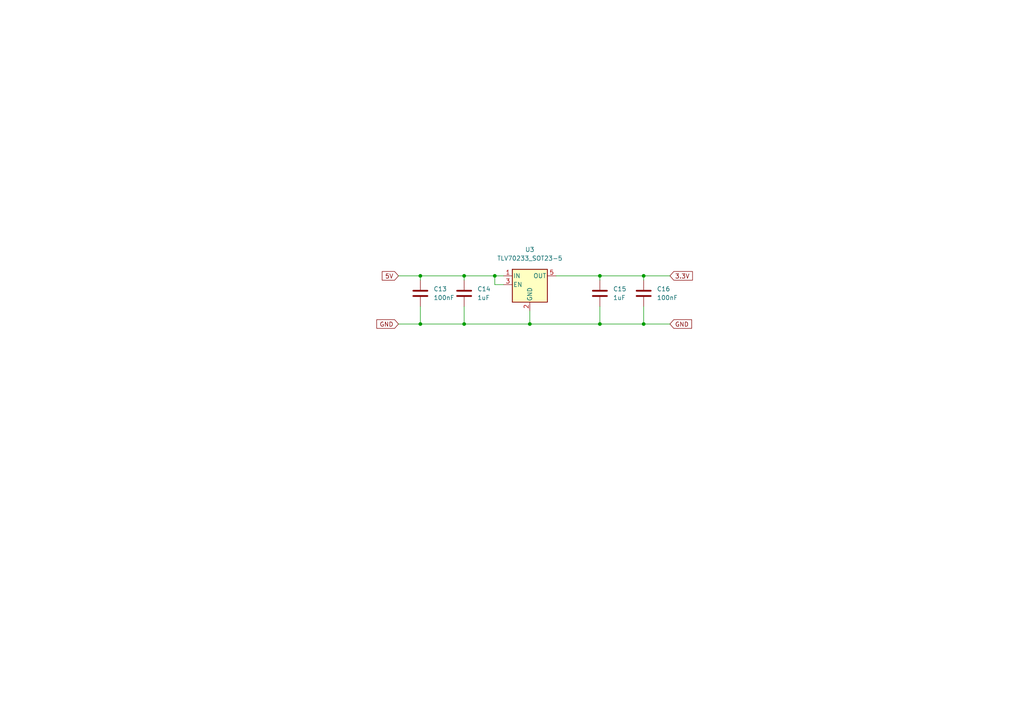
<source format=kicad_sch>
(kicad_sch (version 20211123) (generator eeschema)
  (paper "A4")
  (lib_symbols
    (symbol "Device:C" (pin_numbers hide) (pin_names (offset 0.254))
      (property "Reference" "C" (at 0.635 2.54 0))
      (property "Value" "C" (at 0.635 -2.54 0))
      (symbol "C_0_1"
        (polyline (pts (xy -2.032 -0.762) (xy 2.032 -0.762)) (stroke (width 0.508)))
        (polyline (pts (xy -2.032 0.762) (xy 2.032 0.762)) (stroke (width 0.508)))
      )
      (symbol "C_1_1"
        (pin passive line (at 0 3.81 270) (length 2.794) (name "~") (number "1"))
        (pin passive line (at 0 -3.81 90) (length 2.794) (name "~") (number "2"))
      )
    )
    (symbol "Regulator_Linear:TLV70233_SOT23-5" (pin_names (offset 0.254))
      (property "Reference" "U" (at -3.81 5.715 0))
      (property "Value" "TLV70233_SOT23-5" (at 0 5.715 0))
      (symbol "TLV70233_SOT23-5_0_1"
        (rectangle (start -5.08 4.445) (end 5.08 -5.08) (stroke (width 0.254)) (fill (type background)))
      )
      (symbol "TLV70233_SOT23-5_1_1"
        (pin power_in line (at -7.62 2.54 0) (length 2.54) (name "IN") (number "1"))
        (pin power_in line (at 0 -7.62 90) (length 2.54) (name "GND") (number "2"))
        (pin input line (at -7.62 0 0) (length 2.54) (name "EN") (number "3"))
        (pin no_connect line (at 5.08 0 180) (length 2.54) hide (name "NC") (number "4"))
        (pin power_out line (at 7.62 2.54 180) (length 2.54) (name "OUT") (number "5"))
      )
    )
  )
  (junction (at 173.99 80.01))
  (junction (at 121.92 93.98))
  (junction (at 134.62 93.98))
  (junction (at 143.51 80.01))
  (junction (at 134.62 80.01))
  (junction (at 121.92 80.01))
  (junction (at 186.69 93.98))
  (junction (at 173.99 93.98))
  (junction (at 153.67 93.98))
  (junction (at 186.69 80.01))
  (wire (pts (xy 173.99 93.98) (xy 186.69 93.98)))
  (wire (pts (xy 143.51 80.01) (xy 146.05 80.01)))
  (wire (pts (xy 161.29 80.01) (xy 173.99 80.01)))
  (wire (pts (xy 186.69 80.01) (xy 186.69 81.28)))
  (wire (pts (xy 121.92 93.98) (xy 134.62 93.98)))
  (wire (pts (xy 115.57 93.98) (xy 121.92 93.98)))
  (wire (pts (xy 153.67 90.17) (xy 153.67 93.98)))
  (wire (pts (xy 115.57 80.01) (xy 121.92 80.01)))
  (wire (pts (xy 186.69 93.98) (xy 194.31 93.98)))
  (wire (pts (xy 121.92 88.9) (xy 121.92 93.98)))
  (wire (pts (xy 173.99 88.9) (xy 173.99 93.98)))
  (wire (pts (xy 134.62 80.01) (xy 134.62 81.28)))
  (wire (pts (xy 121.92 80.01) (xy 121.92 81.28)))
  (wire (pts (xy 134.62 88.9) (xy 134.62 93.98)))
  (wire (pts (xy 121.92 80.01) (xy 134.62 80.01)))
  (wire (pts (xy 143.51 80.01) (xy 143.51 82.55)))
  (wire (pts (xy 134.62 93.98) (xy 153.67 93.98)))
  (wire (pts (xy 153.67 93.98) (xy 173.99 93.98)))
  (wire (pts (xy 134.62 80.01) (xy 143.51 80.01)))
  (wire (pts (xy 186.69 88.9) (xy 186.69 93.98)))
  (wire (pts (xy 186.69 80.01) (xy 194.31 80.01)))
  (wire (pts (xy 173.99 80.01) (xy 186.69 80.01)))
  (wire (pts (xy 146.05 82.55) (xy 143.51 82.55)))
  (wire (pts (xy 173.99 80.01) (xy 173.99 81.28)))
  (global_label "5V" (shape input) (at 115.57 80.01 180) (property "Intersheet References" "${INTERSHEET_REFS}" (effects hide)))
  (global_label "GND" (shape input) (at 115.57 93.98 180) (property "Intersheet References" "${INTERSHEET_REFS}" (effects hide)))
  (global_label "GND" (shape input) (at 194.31 93.98 0) (property "Intersheet References" "${INTERSHEET_REFS}" (effects hide)))
  (global_label "3.3V" (shape input) (at 194.31 80.01 0) (property "Intersheet References" "${INTERSHEET_REFS}" (effects hide)))
  (symbol (lib_id "Device:C") (at 121.92 85.09 0) (unit 1)
    (property "Reference" "C13" (at 125.73 83.8199 0) (effects (justify left)))
    (property "Value" "100nF" (at 125.73 86.3599 0) (effects (justify left)))
    (property "Footprint" "Capacitor_SMD:C_0805_2012Metric" (effects hide))
  )
  (symbol (lib_id "Device:C") (at 186.69 85.09 0) (unit 1)
    (property "Reference" "C16" (at 190.5 83.8199 0) (effects (justify left)))
    (property "Value" "100nF" (at 190.5 86.3599 0) (effects (justify left)))
    (property "Footprint" "Capacitor_SMD:C_0805_2012Metric" (effects hide))
  )
  (symbol (lib_id "Regulator_Linear:TLV70233_SOT23-5") (at 153.67 82.55 0) (unit 1)
    (property "Reference" "U3" (at 153.67 72.39 0))
    (property "Value" "TLV70233_SOT23-5" (at 153.67 74.93 0))
    (property "Footprint" "Package_TO_SOT_SMD:SOT-23-5" (effects hide))
    (property "Datasheet" "http://www.ti.com/lit/ds/symlink/tlv702.pdf" (effects hide))
  )
  (symbol (lib_id "Device:C") (at 134.62 85.09 0) (unit 1)
    (property "Reference" "C14" (at 138.43 83.8199 0) (effects (justify left)))
    (property "Value" "1uF" (at 138.43 86.3599 0) (effects (justify left)))
    (property "Footprint" "Capacitor_SMD:C_0805_2012Metric" (effects hide))
  )
  (symbol (lib_id "Device:C") (at 173.99 85.09 0) (unit 1)
    (property "Reference" "C15" (at 177.8 83.8199 0) (effects (justify left)))
    (property "Value" "1uF" (at 177.8 86.3599 0) (effects (justify left)))
    (property "Footprint" "Capacitor_SMD:C_0805_2012Metric" (effects hide))
  )
)
</source>
